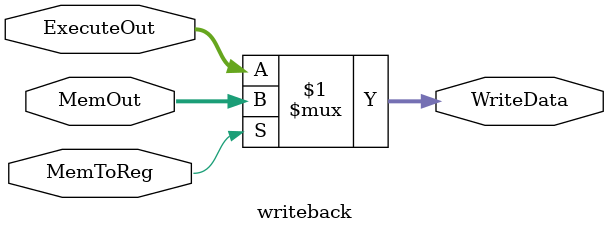
<source format=v>
module writeback(ExecuteOut, MemOut, MemToReg, WriteData);
    input [15:0] ExecuteOut, MemOut;
    input MemToReg;
    output [15:0] WriteData;

    assign WriteData = (MemToReg) ? MemOut : ExecuteOut;
endmodule

</source>
